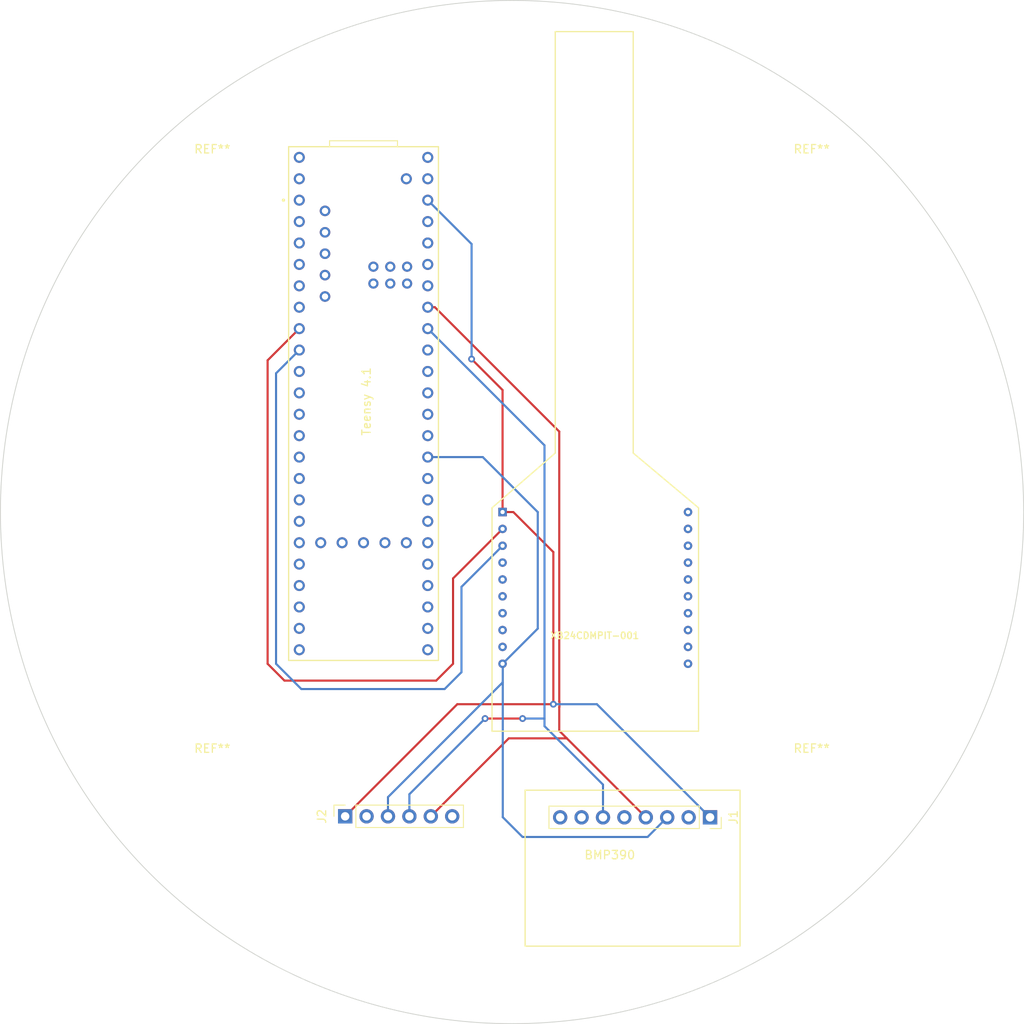
<source format=kicad_pcb>
(kicad_pcb (version 20221018) (generator pcbnew)
  (layers (0 "F.Cu" signal) (31 "B.Cu" signal) (34 "B.Paste" user) (35 "F.Paste" user) (36 "B.SilkS" user "B.Silkscreen") (37 "F.SilkS" user "F.Silkscreen") (38 "B.Mask" user) (39 "F.Mask" user) (44 "Edge.Cuts" user))
  (net 0 "")
  (net 30 "Net-(U2-USB_GND-PadUSB_GND1)")
  (net 68 "Net-(U2-TX2)")
  (net 69 "+5V")
  (net 70 "Net-(U2-RX2)")
  (net 71 "GND")
  (net 77 "Net-(J1-Pin_4)")
  (net 78 "Net-(J1-Pin_6)")
  (footprint "DEV-16771:MODULE_DEV-16771" (layer "F.Cu") (at 82.38 87.13 -90)
    (fp_text reference "U2" hide)
    (fp_text value "DEV-16771")
    (fp_text user "Teensy 4.1" (at -0.25 -0.34 90) (layer "F.SilkS"))
    (fp_line (start -31.18 4.03) (end -31.18 -4.03) (stroke (width 0.127)) (layer "F.SilkS"))
    (fp_line (start -30.48 -8.89) (end -30.48 -4.03) (stroke (width 0.127)) (layer "F.SilkS"))
    (fp_line (start -30.48 -8.89) (end 30.48 -8.89) (stroke (width 0.127)) (layer "F.SilkS"))
    (fp_line (start -30.48 -4.03) (end -31.18 -4.03) (stroke (width 0.127)) (layer "F.SilkS"))
    (fp_line (start -30.48 4.03) (end -31.18 4.03) (stroke (width 0.127)) (layer "F.SilkS"))
    (fp_line (start -30.48 8.89) (end -30.48 4.03) (stroke (width 0.127)) (layer "F.SilkS"))
    (fp_line (start 30.48 -8.89) (end 30.48 8.89) (stroke (width 0.127)) (layer "F.SilkS"))
    (fp_line (start 30.48 8.89) (end -30.48 8.89) (stroke (width 0.127)) (layer "F.SilkS"))
    (fp_circle (center -24.13 9.5) (end -24.03 9.5) (stroke (width 0.2)) (fill none) (layer "F.SilkS"))
    (pad "0" thru_hole circle (at -26.67 7.62 270) (size 1.308 1.308) (drill 0.8) (layers "*.Cu" "*.Mask"))
    (pad "1" thru_hole circle (at -24.13 7.62 270) (size 1.308 1.308) (drill 0.8) (layers "*.Cu" "*.Mask"))
    (pad "2" thru_hole circle (at -21.59 7.62 270) (size 1.308 1.308) (drill 0.8) (layers "*.Cu" "*.Mask"))
    (pad "3" thru_hole circle (at -19.05 7.62 270) (size 1.308 1.308) (drill 0.8) (layers "*.Cu" "*.Mask"))
    (pad "3.3V_1" thru_hole circle (at 6.35 7.62 270) (size 1.308 1.308) (drill 0.8) (layers "*.Cu" "*.Mask") (net 69 "+5V"))
    (pad "3.3V_2" thru_hole circle (at -24.13 -7.62 270) (size 1.308 1.308) (drill 0.8) (layers "*.Cu" "*.Mask") (net 69 "+5V"))
    (pad "3.3V_3" thru_hole circle (at 16.51 2.54 270) (size 1.308 1.308) (drill 0.8) (layers "*.Cu" "*.Mask") (net 69 "+5V"))
    (pad "4" thru_hole circle (at -16.51 7.62 270) (size 1.308 1.308) (drill 0.8) (layers "*.Cu" "*.Mask"))
    (pad "5" thru_hole circle (at -13.97 7.62 270) (size 1.308 1.308) (drill 0.8) (layers "*.Cu" "*.Mask"))
    (pad "5V" thru_hole circle (at -22.86 4.57 270) (size 1.258 1.258) (drill 0.75) (layers "*.Cu" "*.Mask"))
    (pad "6" thru_hole circle (at -11.43 7.62 270) (size 1.308 1.308) (drill 0.8) (layers "*.Cu" "*.Mask"))
    (pad "7" thru_hole circle (at -8.89 7.62 270) (size 1.308 1.308) (drill 0.8) (layers "*.Cu" "*.Mask") (net 70 "Net-(U2-RX2)"))
    (pad "8" thru_hole circle (at -6.35 7.62 270) (size 1.308 1.308) (drill 0.8) (layers "*.Cu" "*.Mask") (net 68 "Net-(U2-TX2)"))
    (pad "9" thru_hole circle (at -3.81 7.62 270) (size 1.308 1.308) (drill 0.8) (layers "*.Cu" "*.Mask"))
    (pad "10" thru_hole circle (at -1.27 7.62 270) (size 1.308 1.308) (drill 0.8) (layers "*.Cu" "*.Mask"))
    (pad "11" thru_hole circle (at 1.27 7.62 270) (size 1.308 1.308) (drill 0.8) (layers "*.Cu" "*.Mask"))
    (pad "12" thru_hole circle (at 3.81 7.62 270) (size 1.308 1.308) (drill 0.8) (layers "*.Cu" "*.Mask"))
    (pad "13" thru_hole circle (at 3.81 -7.62 270) (size 1.308 1.308) (drill 0.8) (layers "*.Cu" "*.Mask"))
    (pad "14" thru_hole circle (at 1.27 -7.62 270) (size 1.308 1.308) (drill 0.8) (layers "*.Cu" "*.Mask"))
    (pad "15" thru_hole circle (at -1.27 -7.62 270) (size 1.308 1.308) (drill 0.8) (layers "*.Cu" "*.Mask"))
    (pad "16" thru_hole circle (at -3.81 -7.62 270) (size 1.308 1.308) (drill 0.8) (layers "*.Cu" "*.Mask"))
    (pad "17" thru_hole circle (at -6.35 -7.62 270) (size 1.308 1.308) (drill 0.8) (layers "*.Cu" "*.Mask"))
    (pad "18" thru_hole circle (at -8.89 -7.62 270) (size 1.308 1.308) (drill 0.8) (layers "*.Cu" "*.Mask") (net 78 "Net-(J1-Pin_6)"))
    (pad "19" thru_hole circle (at -11.43 -7.62 270) (size 1.308 1.308) (drill 0.8) (layers "*.Cu" "*.Mask") (net 77 "Net-(J1-Pin_4)"))
    (pad "20" thru_hole circle (at -13.97 -7.62 270) (size 1.308 1.308) (drill 0.8) (layers "*.Cu" "*.Mask"))
    (pad "21" thru_hole circle (at -16.51 -7.62 270) (size 1.308 1.308) (drill 0.8) (layers "*.Cu" "*.Mask"))
    (pad "22" thru_hole circle (at -19.05 -7.62 270) (size 1.308 1.308) (drill 0.8) (layers "*.Cu" "*.Mask"))
    (pad "23" thru_hole circle (at -21.59 -7.62 270) (size 1.308 1.308) (drill 0.8) (layers "*.Cu" "*.Mask"))
    (pad "24" thru_hole circle (at 8.89 7.62 270) (size 1.308 1.308) (drill 0.8) (layers "*.Cu" "*.Mask"))
    (pad "25" thru_hole circle (at 11.43 7.62 270) (size 1.308 1.308) (drill 0.8) (layers "*.Cu" "*.Mask"))
    (pad "26" thru_hole circle (at 13.97 7.62 270) (size 1.308 1.308) (drill 0.8) (layers "*.Cu" "*.Mask"))
    (pad "27" thru_hole circle (at 16.51 7.62 270) (size 1.308 1.308) (drill 0.8) (layers "*.Cu" "*.Mask"))
    (pad "28" thru_hole circle (at 19.05 7.62 270) (size 1.308 1.308) (drill 0.8) (layers "*.Cu" "*.Mask"))
    (pad "29" thru_hole circle (at 21.59 7.62 270) (size 1.308 1.308) (drill 0.8) (layers "*.Cu" "*.Mask"))
    (pad "30" thru_hole circle (at 24.13 7.62 270) (size 1.308 1.308) (drill 0.8) (layers "*.Cu" "*.Mask"))
    (pad "31" thru_hole circle (at 26.67 7.62 270) (size 1.308 1.308) (drill 0.8) (layers "*.Cu" "*.Mask"))
    (pad "32" thru_hole circle (at 29.21 7.62 270) (size 1.308 1.308) (drill 0.8) (layers "*.Cu" "*.Mask"))
    (pad "33" thru_hole circle (at 29.21 -7.62 270) (size 1.308 1.308) (drill 0.8) (layers "*.Cu" "*.Mask"))
    (pad "34" thru_hole circle (at 26.67 -7.62 270) (size 1.308 1.308) (drill 0.8) (layers "*.Cu" "*.Mask"))
    (pad "35" thru_hole circle (at 24.13 -7.62 270) (size 1.308 1.308) (drill 0.8) (layers "*.Cu" "*.Mask"))
    (pad "36" thru_hole circle (at 21.59 -7.62 270) (size 1.308 1.308) (drill 0.8) (layers "*.Cu" "*.Mask"))
    (pad "37" thru_hole circle (at 19.05 -7.62 270) (size 1.308 1.308) (drill 0.8) (layers "*.Cu" "*.Mask"))
    (pad "38" thru_hole circle (at 16.51 -7.62 270) (size 1.308 1.308) (drill 0.8) (layers "*.Cu" "*.Mask"))
    (pad "39" thru_hole circle (at 13.97 -7.62 270) (size 1.308 1.308) (drill 0.8) (layers "*.Cu" "*.Mask"))
    (pad "40" thru_hole circle (at 11.43 -7.62 270) (size 1.308 1.308) (drill 0.8) (layers "*.Cu" "*.Mask"))
    (pad "41" thru_hole circle (at 8.89 -7.62 270) (size 1.308 1.308) (drill 0.8) (layers "*.Cu" "*.Mask"))
    (pad "D+" thru_hole circle (at -17.78 4.57 270) (size 1.258 1.258) (drill 0.75) (layers "*.Cu" "*.Mask"))
    (pad "D-" thru_hole circle (at -20.32 4.57 270) (size 1.258 1.258) (drill 0.75) (layers "*.Cu" "*.Mask"))
    (pad "GND1" thru_hole circle (at -29.21 7.62 270) (size 1.308 1.308) (drill 0.8) (layers "*.Cu" "*.Mask") (net 71 "GND"))
    (pad "GND2" thru_hole circle (at 6.35 -7.62 270) (size 1.308 1.308) (drill 0.8) (layers "*.Cu" "*.Mask") (net 71 "GND"))
    (pad "GND3" thru_hole circle (at -26.67 -7.62 270) (size 1.308 1.308) (drill 0.8) (layers "*.Cu" "*.Mask") (net 71 "GND"))
    (pad "GND4" thru_hole circle (at 16.51 0 270) (size 1.308 1.308) (drill 0.8) (layers "*.Cu" "*.Mask") (net 71 "GND"))
    (pad "GND5" thru_hole circle (at -14.24 -3.17 270) (size 1.208 1.208) (drill 0.7) (layers "*.Cu" "*.Mask") (net 71 "GND"))
    (pad "LED" thru_hole circle (at -16.24 -3.17 270) (size 1.208 1.208) (drill 0.7) (layers "*.Cu" "*.Mask"))
    (pad "ON/OFF" thru_hole circle (at 16.51 -5.08 270) (size 1.308 1.308) (drill 0.8) (layers "*.Cu" "*.Mask"))
    (pad "PROGRAM" thru_hole circle (at 16.51 -2.54 270) (size 1.308 1.308) (drill 0.8) (layers "*.Cu" "*.Mask"))
    (pad "R+" thru_hole circle (at -16.24 -5.17 270) (size 1.208 1.208) (drill 0.7) (layers "*.Cu" "*.Mask"))
    (pad "R-" thru_hole circle (at -14.24 -5.17 270) (size 1.208 1.208) (drill 0.7) (layers "*.Cu" "*.Mask"))
    (pad "T+" thru_hole circle (at -14.24 -1.17 270) (size 1.208 1.208) (drill 0.7) (layers "*.Cu" "*.Mask"))
    (pad "T-" thru_hole circle (at -16.24 -1.17 270) (size 1.208 1.208) (drill 0.7) (layers "*.Cu" "*.Mask"))
    (pad "USB_GND1" thru_hole circle (at -15.24 4.57 270) (size 1.258 1.258) (drill 0.75) (layers "*.Cu" "*.Mask") (net 30 "Net-(U2-USB_GND-PadUSB_GND1)"))
    (pad "USB_GND2" thru_hole circle (at -12.7 4.57 270) (size 1.258 1.258) (drill 0.75) (layers "*.Cu" "*.Mask") (net 30 "Net-(U2-USB_GND-PadUSB_GND1)"))
    (pad "VBAT" thru_hole circle (at 16.51 5.08 270) (size 1.308 1.308) (drill 0.8) (layers "*.Cu" "*.Mask"))
    (pad "VIN" thru_hole circle (at -29.21 -7.62 270) (size 1.308 1.308) (drill 0.8) (layers "*.Cu" "*.Mask"))
    (pad "VUSB" thru_hole circle (at -26.67 -5.08 270) (size 1.308 1.308) (drill 0.8) (layers "*.Cu" "*.Mask"))
  )
  (footprint "MountingHole:MountingHole_6.5mm" (layer "F.Cu") (at 64.4445 135.555)
    (fp_text reference "REF**" (at 0 -7.5) (layer "F.SilkS"))
    (fp_text value "MountingHole_6.5mm")
    (pad "" np_thru_hole circle locked (at 0 0) (size 6.5 6.5) (drill 6.5) (layers "F&B.Cu" "*.Mask"))
  )
  (footprint "MountingHole:MountingHole_6.5mm" (layer "F.Cu") (at 135.55 135.55)
    (fp_text reference "REF**" (at 0 -7.5) (layer "F.SilkS"))
    (fp_text value "MountingHole_6.5mm")
    (pad "" np_thru_hole circle locked (at 0 0) (size 6.5 6.5) (drill 6.5) (layers "F&B.Cu" "*.Mask"))
  )
  (footprint "Connector_PinSocket_2.54mm:PinSocket_1x08_P2.54mm_Vertical" (layer "F.Cu") (at 123.49 136.22 -90)
    (fp_text reference "J1" (at 0 -2.77 90) (layer "F.SilkS"))
    (fp_text value "Conn_01x08_Socket")
    (fp_line (start -1.33 1.27) (end -1.33 19.11) (stroke (width 0.12)) (layer "F.SilkS"))
    (fp_line (start -1.33 1.27) (end 1.33 1.27) (stroke (width 0.12)) (layer "F.SilkS"))
    (fp_line (start -1.33 19.11) (end 1.33 19.11) (stroke (width 0.12)) (layer "F.SilkS"))
    (fp_line (start 0 -1.33) (end 1.33 -1.33) (stroke (width 0.12)) (layer "F.SilkS"))
    (fp_line (start 1.33 -1.33) (end 1.33 0) (stroke (width 0.12)) (layer "F.SilkS"))
    (fp_line (start 1.33 1.27) (end 1.33 19.11) (stroke (width 0.12)) (layer "F.SilkS"))
    (pad "1" thru_hole rect (at 0 0 270) (size 1.7 1.7) (drill 1) (layers "*.Cu" "*.Mask") (net 69 "+5V"))
    (pad "2" thru_hole oval (at 0 2.54 270) (size 1.7 1.7) (drill 1) (layers "*.Cu" "*.Mask"))
    (pad "3" thru_hole oval (at 0 5.08 270) (size 1.7 1.7) (drill 1) (layers "*.Cu" "*.Mask") (net 71 "GND"))
    (pad "4" thru_hole oval (at 0 7.62 270) (size 1.7 1.7) (drill 1) (layers "*.Cu" "*.Mask") (net 77 "Net-(J1-Pin_4)"))
    (pad "5" thru_hole oval (at 0 10.16 270) (size 1.7 1.7) (drill 1) (layers "*.Cu" "*.Mask"))
    (pad "6" thru_hole oval (at 0 12.7 270) (size 1.7 1.7) (drill 1) (layers "*.Cu" "*.Mask") (net 78 "Net-(J1-Pin_6)"))
    (pad "7" thru_hole oval (at 0 15.24 270) (size 1.7 1.7) (drill 1) (layers "*.Cu" "*.Mask"))
    (pad "8" thru_hole oval (at 0 17.78 270) (size 1.7 1.7) (drill 1) (layers "*.Cu" "*.Mask"))
  )
  (footprint "MountingHole:MountingHole_6.5mm" (layer "F.Cu") (at 64.4445 64.4445)
    (fp_text reference "REF**" (at 0 -7.5) (layer "F.SilkS"))
    (fp_text value "MountingHole_6.5mm")
    (pad "" np_thru_hole circle locked (at 0 0) (size 6.5 6.5) (drill 6.5) (layers "F&B.Cu" "*.Mask"))
  )
  (footprint "Connector_PinSocket_2.54mm:PinSocket_1x06_P2.54mm_Vertical" (layer "F.Cu") (at 80.2 136.1 90)
    (fp_text reference "J2" (at 0 -2.77 90) (layer "F.SilkS"))
    (fp_text value "Conn_01x06_Socket" hide)
    (fp_line (start -1.33 1.27) (end -1.33 14.03) (stroke (width 0.12)) (layer "F.SilkS"))
    (fp_line (start -1.33 1.27) (end 1.33 1.27) (stroke (width 0.12)) (layer "F.SilkS"))
    (fp_line (start -1.33 14.03) (end 1.33 14.03) (stroke (width 0.12)) (layer "F.SilkS"))
    (fp_line (start 0 -1.33) (end 1.33 -1.33) (stroke (width 0.12)) (layer "F.SilkS"))
    (fp_line (start 1.33 -1.33) (end 1.33 0) (stroke (width 0.12)) (layer "F.SilkS"))
    (fp_line (start 1.33 1.27) (end 1.33 14.03) (stroke (width 0.12)) (layer "F.SilkS"))
    (pad "1" thru_hole rect (at 0 0 90) (size 1.7 1.7) (drill 1) (layers "*.Cu" "*.Mask") (net 69 "+5V"))
    (pad "2" thru_hole oval (at 0 2.54 90) (size 1.7 1.7) (drill 1) (layers "*.Cu" "*.Mask"))
    (pad "3" thru_hole oval (at 0 5.08 90) (size 1.7 1.7) (drill 1) (layers "*.Cu" "*.Mask") (net 71 "GND"))
    (pad "4" thru_hole oval (at 0 7.62 90) (size 1.7 1.7) (drill 1) (layers "*.Cu" "*.Mask") (net 78 "Net-(J1-Pin_6)"))
    (pad "5" thru_hole oval (at 0 10.16 90) (size 1.7 1.7) (drill 1) (layers "*.Cu" "*.Mask") (net 77 "Net-(J1-Pin_4)"))
    (pad "6" thru_hole oval (at 0 12.7 90) (size 1.7 1.7) (drill 1) (layers "*.Cu" "*.Mask"))
  )
  (footprint "MountingHole:MountingHole_6.5mm" (layer "F.Cu") (at 135.555 64.4445)
    (fp_text reference "REF**" (at 0 -7.5) (layer "F.SilkS"))
    (fp_text value "MountingHole_6.5mm")
    (pad "" np_thru_hole circle locked (at 0 0) (size 6.5 6.5) (drill 6.5) (layers "F&B.Cu" "*.Mask"))
  )
  (footprint "XB24CDMPIT-001:DIP-20" (layer "F.Cu") (at 109.813 112.118)
    (fp_text reference "U1" hide)
    (fp_text value "XB24CDMPIT-001" (at 0 2.54) (layer "F.SilkS") (effects (font (size 0.787402 0.787402))))
    (pad "1" thru_hole rect (at -10.938 -12.118) (size 1.008 1.008) (drill 0.5) (layers "*.Cu" "*.Mask") (net 69 "+5V"))
    (pad "2" thru_hole circle (at -10.938 -10.118) (size 1.008 1.008) (drill 0.5) (layers "*.Cu" "*.Mask") (net 70 "Net-(U2-RX2)"))
    (pad "3" thru_hole circle (at -10.938 -8.118) (size 1.008 1.008) (drill 0.5) (layers "*.Cu" "*.Mask") (net 68 "Net-(U2-TX2)"))
    (pad "4" thru_hole circle (at -10.938 -6.118) (size 1.008 1.008) (drill 0.5) (layers "*.Cu" "*.Mask"))
    (pad "5" thru_hole circle (at -10.938 -4.118) (size 1.008 1.008) (drill 0.5) (layers "*.Cu" "*.Mask"))
    (pad "6" thru_hole circle (at -10.938 -2.118) (size 1.008 1.008) (drill 0.5) (layers "*.Cu" "*.Mask"))
    (pad "7" thru_hole circle (at -10.938 -0.118) (size 1.008 1.008) (drill 0.5) (layers "*.Cu" "*.Mask"))
    (pad "8" thru_hole circle (at -10.938 1.882) (size 1.008 1.008) (drill 0.5) (layers "*.Cu" "*.Mask"))
    (pad "9" thru_hole circle (at -10.938 3.882) (size 1.008 1.008) (drill 0.5) (layers "*.Cu" "*.Mask"))
    (pad "10" thru_hole circle (at -10.938 5.882) (size 1.008 1.008) (drill 0.5) (layers "*.Cu" "*.Mask") (net 71 "GND"))
    (pad "11" thru_hole circle (at 11.062 5.882) (size 1.008 1.008) (drill 0.5) (layers "*.Cu" "*.Mask"))
    (pad "12" thru_hole circle (at 11.062 3.882) (size 1.008 1.008) (drill 0.5) (layers "*.Cu" "*.Mask"))
    (pad "13" thru_hole circle (at 11.062 1.882) (size 1.008 1.008) (drill 0.5) (layers "*.Cu" "*.Mask"))
    (pad "14" thru_hole circle (at 11.062 -0.118) (size 1.008 1.008) (drill 0.5) (layers "*.Cu" "*.Mask"))
    (pad "15" thru_hole circle (at 11.062 -2.118) (size 1.008 1.008) (drill 0.5) (layers "*.Cu" "*.Mask"))
    (pad "16" thru_hole circle (at 11.062 -4.118) (size 1.008 1.008) (drill 0.5) (layers "*.Cu" "*.Mask"))
    (pad "17" thru_hole circle (at 11.062 -6.118) (size 1.008 1.008) (drill 0.5) (layers "*.Cu" "*.Mask"))
    (pad "18" thru_hole circle (at 11.062 -8.118) (size 1.008 1.008) (drill 0.5) (layers "*.Cu" "*.Mask"))
    (pad "19" thru_hole circle (at 11.062 -10.118) (size 1.008 1.008) (drill 0.5) (layers "*.Cu" "*.Mask"))
    (pad "20" thru_hole circle (at 11.062 -12.118) (size 1.008 1.008) (drill 0.5) (layers "*.Cu" "*.Mask"))
  )
  (gr_line (start 105.125 93) (end 105.125 43) (stroke (width 0.15)) (layer "F.SilkS"))
  (gr_line (start 97.625 99.5) (end 105.125 93) (stroke (width 0.15)) (layer "F.SilkS"))
  (gr_line (start 97.625 126) (end 122.125 126) (stroke (width 0.15)) (layer "F.SilkS"))
  (gr_line (start 97.625 99.5) (end 97.625 126) (stroke (width 0.15)) (layer "F.SilkS"))
  (gr_line (start 114.375 93) (end 114.375 43) (stroke (width 0.15)) (layer "F.SilkS"))
  (gr_line (start 122.125 99.5) (end 114.375 93) (stroke (width 0.15)) (layer "F.SilkS"))
  (gr_rect (start 73.49 56.65) (end 91.27 117.61) (stroke (width 0.15)) (fill none) (layer "F.SilkS"))
  (gr_line (start 105.125 43) (end 114.375 43) (stroke (width 0.15)) (layer "F.SilkS"))
  (gr_rect (start 127.05 151.5) (end 101.55 133) (stroke (width 0.15)) (fill none) (layer "F.SilkS"))
  (gr_line (start 122.125 126) (end 122.125 99.5) (stroke (width 0.15)) (layer "F.SilkS"))
  (gr_circle locked (center 100 100) (end 160.7 100) (stroke (width 0.1)) (fill none) (layer "Edge.Cuts"))
  (gr_text "BMP390" (at 108.5 141.27) (layer "F.SilkS") (effects (font (size 1 1)) (justify left bottom)))
  (segment (start 98.875 104) (end 99 104) (width 0.25) (layer "F.Cu") (net 68))
  (segment (start 94 119) (end 92 121) (width 0.25) (layer "B.Cu") (net 68))
  (segment (start 92 121) (end 75 121) (width 0.25) (layer "B.Cu") (net 68))
  (segment (start 72 118) (end 72 83.54) (width 0.25) (layer "B.Cu") (net 68))
  (segment (start 94 108.875) (end 94 119) (width 0.25) (layer "B.Cu") (net 68))
  (segment (start 72 118) (end 75 121) (width 0.25) (layer "B.Cu") (net 68))
  (segment (start 98.875 104) (end 94 108.875) (width 0.25) (layer "B.Cu") (net 68))
  (segment (start 72 83.54) (end 74.76 80.78) (width 0.25) (layer "B.Cu") (net 68))
  (segment (start 93.5 122.8) (end 104.9 122.8) (width 0.25) (layer "F.Cu") (net 69))
  (segment (start 98.875 85.525) (end 98.875 100) (width 0.25) (layer "F.Cu") (net 69))
  (segment (start 104.9 104.75) (end 104.9 122.8) (width 0.25) (layer "F.Cu") (net 69))
  (segment (start 100.15 100) (end 104.9 104.75) (width 0.25) (layer "F.Cu") (net 69))
  (segment (start 98.875 100) (end 100.15 100) (width 0.25) (layer "F.Cu") (net 69))
  (segment (start 95.2 81.85) (end 98.875 85.525) (width 0.25) (layer "F.Cu") (net 69))
  (segment (start 80.2 136.1) (end 93.5 122.8) (width 0.25) (layer "F.Cu") (net 69))
  (via (at 95.2 81.85) (size 0.8) (drill 0.4) (layers "F.Cu" "B.Cu") (net 69))
  (via (at 104.9 122.8) (size 0.8) (drill 0.4) (layers "F.Cu" "B.Cu") (net 69))
  (segment (start 90 63) (end 95.2 68.2) (width 0.25) (layer "B.Cu") (net 69))
  (segment (start 95.2 68.2) (end 95.2 81.85) (width 0.25) (layer "B.Cu") (net 69))
  (segment (start 110.07 122.8) (end 123.49 136.22) (width 0.25) (layer "B.Cu") (net 69))
  (segment (start 104.9 122.8) (end 110.07 122.8) (width 0.25) (layer "B.Cu") (net 69))
  (segment (start 71 118) (end 71 82) (width 0.25) (layer "F.Cu") (net 70))
  (segment (start 98.875 102) (end 93 107.875) (width 0.25) (layer "F.Cu") (net 70))
  (segment (start 91 120) (end 73 120) (width 0.25) (layer "F.Cu") (net 70))
  (segment (start 93 118) (end 91 120) (width 0.25) (layer "F.Cu") (net 70))
  (segment (start 93 107.875) (end 93 118) (width 0.25) (layer "F.Cu") (net 70))
  (segment (start 73 120) (end 71 118) (width 0.25) (layer "F.Cu") (net 70))
  (segment (start 71 82) (end 74.76 78.24) (width 0.25) (layer "F.Cu") (net 70))
  (segment (start 85.28 136.1) (end 85.28 133.82) (width 0.25) (layer "B.Cu") (net 71))
  (segment (start 98.9 136.2) (end 101.25 138.55) (width 0.25) (layer "B.Cu") (net 71))
  (segment (start 85.28 133.82) (end 98.875 120.225) (width 0.25) (layer "B.Cu") (net 71))
  (segment (start 98.875 118) (end 103.05 113.825) (width 0.25) (layer "B.Cu") (net 71))
  (segment (start 98.875 118) (end 98.9 118.025) (width 0.25) (layer "B.Cu") (net 71))
  (segment (start 103.05 113.825) (end 103.05 100) (width 0.25) (layer "B.Cu") (net 71))
  (segment (start 116.08 138.55) (end 118.41 136.22) (width 0.25) (layer "B.Cu") (net 71))
  (segment (start 101.25 138.55) (end 116.08 138.55) (width 0.25) (layer "B.Cu") (net 71))
  (segment (start 103.05 100) (end 96.53 93.48) (width 0.25) (layer "B.Cu") (net 71))
  (segment (start 98.9 118.025) (end 98.9 136.2) (width 0.25) (layer "B.Cu") (net 71))
  (segment (start 96.53 93.48) (end 90 93.48) (width 0.25) (layer "B.Cu") (net 71))
  (segment (start 98.875 120.225) (end 98.875 120.175) (width 0.25) (layer "B.Cu") (net 71))
  (segment (start 105.6 123.125305) (end 105.625 123.100305) (width 0.25) (layer "F.Cu") (net 77))
  (segment (start 115.87 136.22) (end 106.5 126.85) (width 0.25) (layer "F.Cu") (net 77))
  (segment (start 105.6 122.474695) (end 105.6 90.45) (width 0.25) (layer "F.Cu") (net 77))
  (segment (start 105.625 122.499695) (end 105.6 122.474695) (width 0.25) (layer "F.Cu") (net 77))
  (segment (start 90.85 75.7) (end 90 75.7) (width 0.25) (layer "F.Cu") (net 77))
  (segment (start 99.61 126.85) (end 106.5 126.85) (width 0.25) (layer "F.Cu") (net 77))
  (segment (start 105.625 123.100305) (end 105.625 122.499695) (width 0.25) (layer "F.Cu") (net 77))
  (segment (start 106.5 126.85) (end 105.6 125.95) (width 0.25) (layer "F.Cu") (net 77))
  (segment (start 105.6 90.45) (end 90.85 75.7) (width 0.25) (layer "F.Cu") (net 77))
  (segment (start 105.6 125.95) (end 105.6 123.125305) (width 0.25) (layer "F.Cu") (net 77))
  (segment (start 90.36 136.1) (end 99.61 126.85) (width 0.25) (layer "F.Cu") (net 77))
  (segment (start 96.8 124.5) (end 101.25 124.5) (width 0.25) (layer "F.Cu") (net 78))
  (via (at 96.8 124.5) (size 0.8) (drill 0.4) (layers "F.Cu" "B.Cu") (net 78))
  (via (at 101.25 124.5) (size 0.8) (drill 0.4) (layers "F.Cu" "B.Cu") (net 78))
  (segment (start 101.25 124.5) (end 103.85 124.5) (width 0.25) (layer "B.Cu") (net 78))
  (segment (start 103.85 124.5) (end 103.85 125.4) (width 0.25) (layer "B.Cu") (net 78))
  (segment (start 87.82 133.48) (end 96.3 125) (width 0.25) (layer "B.Cu") (net 78))
  (segment (start 87.82 136.1) (end 87.82 133.48) (width 0.25) (layer "B.Cu") (net 78))
  (segment (start 96.3 125) (end 96.8 124.5) (width 0.25) (layer "B.Cu") (net 78))
  (segment (start 103.85 92.09) (end 103.85 124.5) (width 0.25) (layer "B.Cu") (net 78))
  (segment (start 110.79 132.34) (end 110.79 136.22) (width 0.25) (layer "B.Cu") (net 78))
  (segment (start 90 78.24) (end 103.85 92.09) (width 0.25) (layer "B.Cu") (net 78))
  (segment (start 103.85 125.4) (end 110.79 132.34) (width 0.25) (layer "B.Cu") (net 78))
)
</source>
